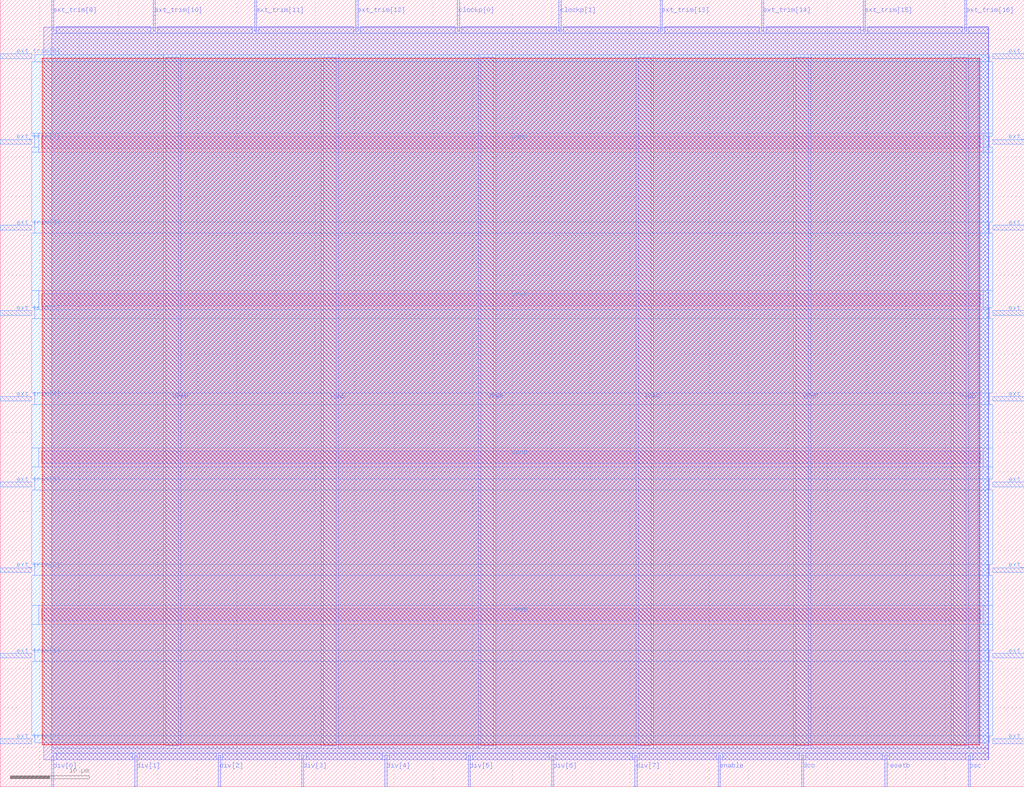
<source format=lef>
VERSION 5.7 ;
  NOWIREEXTENSIONATPIN ON ;
  DIVIDERCHAR "/" ;
  BUSBITCHARS "[]" ;
MACRO dll
  CLASS BLOCK ;
  FOREIGN dll ;
  ORIGIN 0.000 0.000 ;
  SIZE 130.000 BY 100.000 ;
  PIN VGND
    DIRECTION INOUT ;
    USE GROUND ;
    PORT
      LAYER met2 ;
        RECT 41.040 5.200 42.640 92.720 ;
    END
    PORT
      LAYER met2 ;
        RECT 81.040 5.200 82.640 92.720 ;
    END
    PORT
      LAYER met2 ;
        RECT 121.040 5.200 122.640 92.720 ;
    END
    PORT
      LAYER met3 ;
        RECT 5.280 41.050 124.440 42.650 ;
    END
    PORT
      LAYER met3 ;
        RECT 5.280 81.050 124.440 82.650 ;
    END
  END VGND
  PIN VPWR
    DIRECTION INOUT ;
    USE POWER ;
    PORT
      LAYER met2 ;
        RECT 21.040 5.200 22.640 92.720 ;
    END
    PORT
      LAYER met2 ;
        RECT 61.040 5.200 62.640 92.720 ;
    END
    PORT
      LAYER met2 ;
        RECT 101.040 5.200 102.640 92.720 ;
    END
    PORT
      LAYER met3 ;
        RECT 5.280 21.050 124.440 22.650 ;
    END
    PORT
      LAYER met3 ;
        RECT 5.280 61.050 124.440 62.650 ;
    END
  END VPWR
  PIN clockp[0]
    DIRECTION OUTPUT ;
    USE SIGNAL ;
    ANTENNADIFFAREA 3.180800 ;
    PORT
      LAYER met2 ;
        RECT 58.050 96.000 58.330 100.000 ;
    END
  END clockp[0]
  PIN clockp[1]
    DIRECTION OUTPUT ;
    USE SIGNAL ;
    ANTENNADIFFAREA 3.180800 ;
    PORT
      LAYER met2 ;
        RECT 70.930 96.000 71.210 100.000 ;
    END
  END clockp[1]
  PIN dco
    DIRECTION INPUT ;
    USE SIGNAL ;
    ANTENNAGATEAREA 1.424700 ;
    ANTENNADIFFAREA 0.434700 ;
    PORT
      LAYER met2 ;
        RECT 101.750 0.000 102.030 4.000 ;
    END
  END dco
  PIN div[0]
    DIRECTION INPUT ;
    USE SIGNAL ;
    ANTENNAGATEAREA 0.631200 ;
    ANTENNADIFFAREA 0.434700 ;
    PORT
      LAYER met2 ;
        RECT 6.530 0.000 6.810 4.000 ;
    END
  END div[0]
  PIN div[1]
    DIRECTION INPUT ;
    USE SIGNAL ;
    ANTENNAGATEAREA 0.631200 ;
    ANTENNADIFFAREA 0.434700 ;
    PORT
      LAYER met2 ;
        RECT 17.110 0.000 17.390 4.000 ;
    END
  END div[1]
  PIN div[2]
    DIRECTION INPUT ;
    USE SIGNAL ;
    ANTENNAGATEAREA 0.631200 ;
    ANTENNADIFFAREA 0.434700 ;
    PORT
      LAYER met2 ;
        RECT 27.690 0.000 27.970 4.000 ;
    END
  END div[2]
  PIN div[3]
    DIRECTION INPUT ;
    USE SIGNAL ;
    ANTENNAGATEAREA 0.631200 ;
    ANTENNADIFFAREA 0.434700 ;
    PORT
      LAYER met2 ;
        RECT 38.270 0.000 38.550 4.000 ;
    END
  END div[3]
  PIN div[4]
    DIRECTION INPUT ;
    USE SIGNAL ;
    ANTENNAGATEAREA 0.631200 ;
    ANTENNADIFFAREA 0.434700 ;
    PORT
      LAYER met2 ;
        RECT 48.850 0.000 49.130 4.000 ;
    END
  END div[4]
  PIN div[5]
    DIRECTION INPUT ;
    USE SIGNAL ;
    ANTENNAGATEAREA 0.631200 ;
    ANTENNADIFFAREA 0.434700 ;
    PORT
      LAYER met2 ;
        RECT 59.430 0.000 59.710 4.000 ;
    END
  END div[5]
  PIN div[6]
    DIRECTION INPUT ;
    USE SIGNAL ;
    ANTENNAGATEAREA 0.560700 ;
    ANTENNADIFFAREA 0.434700 ;
    PORT
      LAYER met2 ;
        RECT 70.010 0.000 70.290 4.000 ;
    END
  END div[6]
  PIN div[7]
    DIRECTION INPUT ;
    USE SIGNAL ;
    ANTENNAGATEAREA 0.647700 ;
    ANTENNADIFFAREA 0.434700 ;
    PORT
      LAYER met2 ;
        RECT 80.590 0.000 80.870 4.000 ;
    END
  END div[7]
  PIN enable
    DIRECTION INPUT ;
    USE SIGNAL ;
    ANTENNAGATEAREA 0.631200 ;
    ANTENNADIFFAREA 0.434700 ;
    PORT
      LAYER met2 ;
        RECT 91.170 0.000 91.450 4.000 ;
    END
  END enable
  PIN ext_trim[0]
    DIRECTION INPUT ;
    USE SIGNAL ;
    ANTENNAGATEAREA 0.631200 ;
    ANTENNADIFFAREA 0.434700 ;
    PORT
      LAYER met3 ;
        RECT 0.000 5.480 4.000 6.080 ;
    END
  END ext_trim[0]
  PIN ext_trim[10]
    DIRECTION INPUT ;
    USE SIGNAL ;
    ANTENNAGATEAREA 0.631200 ;
    ANTENNADIFFAREA 0.434700 ;
    PORT
      LAYER met2 ;
        RECT 19.410 96.000 19.690 100.000 ;
    END
  END ext_trim[10]
  PIN ext_trim[11]
    DIRECTION INPUT ;
    USE SIGNAL ;
    ANTENNAGATEAREA 0.631200 ;
    ANTENNADIFFAREA 0.434700 ;
    PORT
      LAYER met2 ;
        RECT 32.290 96.000 32.570 100.000 ;
    END
  END ext_trim[11]
  PIN ext_trim[12]
    DIRECTION INPUT ;
    USE SIGNAL ;
    ANTENNAGATEAREA 0.631200 ;
    ANTENNADIFFAREA 0.434700 ;
    PORT
      LAYER met2 ;
        RECT 45.170 96.000 45.450 100.000 ;
    END
  END ext_trim[12]
  PIN ext_trim[13]
    DIRECTION INPUT ;
    USE SIGNAL ;
    ANTENNAGATEAREA 0.631200 ;
    ANTENNADIFFAREA 0.434700 ;
    PORT
      LAYER met2 ;
        RECT 83.810 96.000 84.090 100.000 ;
    END
  END ext_trim[13]
  PIN ext_trim[14]
    DIRECTION INPUT ;
    USE SIGNAL ;
    ANTENNAGATEAREA 0.631200 ;
    ANTENNADIFFAREA 0.434700 ;
    PORT
      LAYER met2 ;
        RECT 96.690 96.000 96.970 100.000 ;
    END
  END ext_trim[14]
  PIN ext_trim[15]
    DIRECTION INPUT ;
    USE SIGNAL ;
    ANTENNAGATEAREA 0.631200 ;
    ANTENNADIFFAREA 0.434700 ;
    PORT
      LAYER met2 ;
        RECT 109.570 96.000 109.850 100.000 ;
    END
  END ext_trim[15]
  PIN ext_trim[16]
    DIRECTION INPUT ;
    USE SIGNAL ;
    ANTENNAGATEAREA 0.631200 ;
    ANTENNADIFFAREA 0.434700 ;
    PORT
      LAYER met2 ;
        RECT 122.450 96.000 122.730 100.000 ;
    END
  END ext_trim[16]
  PIN ext_trim[17]
    DIRECTION INPUT ;
    USE SIGNAL ;
    ANTENNAGATEAREA 0.631200 ;
    ANTENNADIFFAREA 0.434700 ;
    PORT
      LAYER met3 ;
        RECT 126.000 92.520 130.000 93.120 ;
    END
  END ext_trim[17]
  PIN ext_trim[18]
    DIRECTION INPUT ;
    USE SIGNAL ;
    ANTENNAGATEAREA 0.631200 ;
    ANTENNADIFFAREA 0.434700 ;
    PORT
      LAYER met3 ;
        RECT 126.000 81.640 130.000 82.240 ;
    END
  END ext_trim[18]
  PIN ext_trim[19]
    DIRECTION INPUT ;
    USE SIGNAL ;
    ANTENNAGATEAREA 0.631200 ;
    ANTENNADIFFAREA 0.434700 ;
    PORT
      LAYER met3 ;
        RECT 126.000 70.760 130.000 71.360 ;
    END
  END ext_trim[19]
  PIN ext_trim[1]
    DIRECTION INPUT ;
    USE SIGNAL ;
    ANTENNAGATEAREA 0.631200 ;
    ANTENNADIFFAREA 0.434700 ;
    PORT
      LAYER met3 ;
        RECT 0.000 16.360 4.000 16.960 ;
    END
  END ext_trim[1]
  PIN ext_trim[20]
    DIRECTION INPUT ;
    USE SIGNAL ;
    ANTENNAGATEAREA 0.631200 ;
    ANTENNADIFFAREA 0.434700 ;
    PORT
      LAYER met3 ;
        RECT 126.000 59.880 130.000 60.480 ;
    END
  END ext_trim[20]
  PIN ext_trim[21]
    DIRECTION INPUT ;
    USE SIGNAL ;
    ANTENNAGATEAREA 0.631200 ;
    ANTENNADIFFAREA 0.434700 ;
    PORT
      LAYER met3 ;
        RECT 126.000 49.000 130.000 49.600 ;
    END
  END ext_trim[21]
  PIN ext_trim[22]
    DIRECTION INPUT ;
    USE SIGNAL ;
    ANTENNAGATEAREA 0.631200 ;
    ANTENNADIFFAREA 0.434700 ;
    PORT
      LAYER met3 ;
        RECT 126.000 38.120 130.000 38.720 ;
    END
  END ext_trim[22]
  PIN ext_trim[23]
    DIRECTION INPUT ;
    USE SIGNAL ;
    ANTENNAGATEAREA 0.631200 ;
    ANTENNADIFFAREA 0.434700 ;
    PORT
      LAYER met3 ;
        RECT 126.000 27.240 130.000 27.840 ;
    END
  END ext_trim[23]
  PIN ext_trim[24]
    DIRECTION INPUT ;
    USE SIGNAL ;
    ANTENNAGATEAREA 0.631200 ;
    ANTENNADIFFAREA 0.434700 ;
    PORT
      LAYER met3 ;
        RECT 126.000 16.360 130.000 16.960 ;
    END
  END ext_trim[24]
  PIN ext_trim[25]
    DIRECTION INPUT ;
    USE SIGNAL ;
    ANTENNAGATEAREA 0.631200 ;
    ANTENNADIFFAREA 0.434700 ;
    PORT
      LAYER met3 ;
        RECT 126.000 5.480 130.000 6.080 ;
    END
  END ext_trim[25]
  PIN ext_trim[2]
    DIRECTION INPUT ;
    USE SIGNAL ;
    ANTENNAGATEAREA 0.631200 ;
    ANTENNADIFFAREA 0.434700 ;
    PORT
      LAYER met3 ;
        RECT 0.000 27.240 4.000 27.840 ;
    END
  END ext_trim[2]
  PIN ext_trim[3]
    DIRECTION INPUT ;
    USE SIGNAL ;
    ANTENNAGATEAREA 0.631200 ;
    ANTENNADIFFAREA 0.434700 ;
    PORT
      LAYER met3 ;
        RECT 0.000 38.120 4.000 38.720 ;
    END
  END ext_trim[3]
  PIN ext_trim[4]
    DIRECTION INPUT ;
    USE SIGNAL ;
    ANTENNAGATEAREA 0.631200 ;
    ANTENNADIFFAREA 0.434700 ;
    PORT
      LAYER met3 ;
        RECT 0.000 49.000 4.000 49.600 ;
    END
  END ext_trim[4]
  PIN ext_trim[5]
    DIRECTION INPUT ;
    USE SIGNAL ;
    ANTENNAGATEAREA 0.631200 ;
    ANTENNADIFFAREA 0.434700 ;
    PORT
      LAYER met3 ;
        RECT 0.000 59.880 4.000 60.480 ;
    END
  END ext_trim[5]
  PIN ext_trim[6]
    DIRECTION INPUT ;
    USE SIGNAL ;
    ANTENNAGATEAREA 0.631200 ;
    ANTENNADIFFAREA 0.434700 ;
    PORT
      LAYER met3 ;
        RECT 0.000 70.760 4.000 71.360 ;
    END
  END ext_trim[6]
  PIN ext_trim[7]
    DIRECTION INPUT ;
    USE SIGNAL ;
    ANTENNAGATEAREA 0.631200 ;
    ANTENNADIFFAREA 0.434700 ;
    PORT
      LAYER met3 ;
        RECT 0.000 81.640 4.000 82.240 ;
    END
  END ext_trim[7]
  PIN ext_trim[8]
    DIRECTION INPUT ;
    USE SIGNAL ;
    ANTENNAGATEAREA 0.631200 ;
    ANTENNADIFFAREA 0.434700 ;
    PORT
      LAYER met3 ;
        RECT 0.000 92.520 4.000 93.120 ;
    END
  END ext_trim[8]
  PIN ext_trim[9]
    DIRECTION INPUT ;
    USE SIGNAL ;
    ANTENNAGATEAREA 0.631200 ;
    ANTENNADIFFAREA 0.434700 ;
    PORT
      LAYER met2 ;
        RECT 6.530 96.000 6.810 100.000 ;
    END
  END ext_trim[9]
  PIN osc
    DIRECTION INPUT ;
    USE SIGNAL ;
    ANTENNAGATEAREA 0.631200 ;
    ANTENNADIFFAREA 0.434700 ;
    PORT
      LAYER met2 ;
        RECT 122.910 0.000 123.190 4.000 ;
    END
  END osc
  PIN resetb
    DIRECTION INPUT ;
    USE SIGNAL ;
    ANTENNAGATEAREA 0.631200 ;
    ANTENNADIFFAREA 0.434700 ;
    PORT
      LAYER met2 ;
        RECT 112.330 0.000 112.610 4.000 ;
    END
  END resetb
  OBS
      LAYER nwell ;
        RECT 5.330 5.355 124.390 92.565 ;
      LAYER li1 ;
        RECT 5.520 5.355 124.200 92.565 ;
      LAYER met1 ;
        RECT 5.520 3.440 125.510 96.520 ;
      LAYER met2 ;
        RECT 7.090 95.720 19.130 96.550 ;
        RECT 19.970 95.720 32.010 96.550 ;
        RECT 32.850 95.720 44.890 96.550 ;
        RECT 45.730 95.720 57.770 96.550 ;
        RECT 58.610 95.720 70.650 96.550 ;
        RECT 71.490 95.720 83.530 96.550 ;
        RECT 84.370 95.720 96.410 96.550 ;
        RECT 97.250 95.720 109.290 96.550 ;
        RECT 110.130 95.720 122.170 96.550 ;
        RECT 123.010 95.720 125.490 96.550 ;
        RECT 6.530 93.000 125.490 95.720 ;
        RECT 6.530 4.920 20.760 93.000 ;
        RECT 22.920 4.920 40.760 93.000 ;
        RECT 42.920 4.920 60.760 93.000 ;
        RECT 62.920 4.920 80.760 93.000 ;
        RECT 82.920 4.920 100.760 93.000 ;
        RECT 102.920 4.920 120.760 93.000 ;
        RECT 122.920 4.920 125.490 93.000 ;
        RECT 6.530 4.280 125.490 4.920 ;
        RECT 7.090 3.410 16.830 4.280 ;
        RECT 17.670 3.410 27.410 4.280 ;
        RECT 28.250 3.410 37.990 4.280 ;
        RECT 38.830 3.410 48.570 4.280 ;
        RECT 49.410 3.410 59.150 4.280 ;
        RECT 59.990 3.410 69.730 4.280 ;
        RECT 70.570 3.410 80.310 4.280 ;
        RECT 81.150 3.410 90.890 4.280 ;
        RECT 91.730 3.410 101.470 4.280 ;
        RECT 102.310 3.410 112.050 4.280 ;
        RECT 112.890 3.410 122.630 4.280 ;
        RECT 123.470 3.410 125.490 4.280 ;
      LAYER met3 ;
        RECT 4.400 92.120 125.600 92.985 ;
        RECT 3.990 83.050 126.000 92.120 ;
        RECT 3.990 82.640 4.880 83.050 ;
        RECT 4.400 81.240 4.880 82.640 ;
        RECT 3.990 80.650 4.880 81.240 ;
        RECT 124.840 82.640 126.000 83.050 ;
        RECT 124.840 81.240 125.600 82.640 ;
        RECT 124.840 80.650 126.000 81.240 ;
        RECT 3.990 71.760 126.000 80.650 ;
        RECT 4.400 70.360 125.600 71.760 ;
        RECT 3.990 63.050 126.000 70.360 ;
        RECT 3.990 60.880 4.880 63.050 ;
        RECT 4.400 60.650 4.880 60.880 ;
        RECT 124.840 60.880 126.000 63.050 ;
        RECT 124.840 60.650 125.600 60.880 ;
        RECT 4.400 59.480 125.600 60.650 ;
        RECT 3.990 50.000 126.000 59.480 ;
        RECT 4.400 48.600 125.600 50.000 ;
        RECT 3.990 43.050 126.000 48.600 ;
        RECT 3.990 40.650 4.880 43.050 ;
        RECT 124.840 40.650 126.000 43.050 ;
        RECT 3.990 39.120 126.000 40.650 ;
        RECT 4.400 37.720 125.600 39.120 ;
        RECT 3.990 28.240 126.000 37.720 ;
        RECT 4.400 26.840 125.600 28.240 ;
        RECT 3.990 23.050 126.000 26.840 ;
        RECT 3.990 20.650 4.880 23.050 ;
        RECT 124.840 20.650 126.000 23.050 ;
        RECT 3.990 17.360 126.000 20.650 ;
        RECT 4.400 15.960 125.600 17.360 ;
        RECT 3.990 6.480 126.000 15.960 ;
        RECT 4.400 5.615 125.600 6.480 ;
  END
END dll
END LIBRARY


</source>
